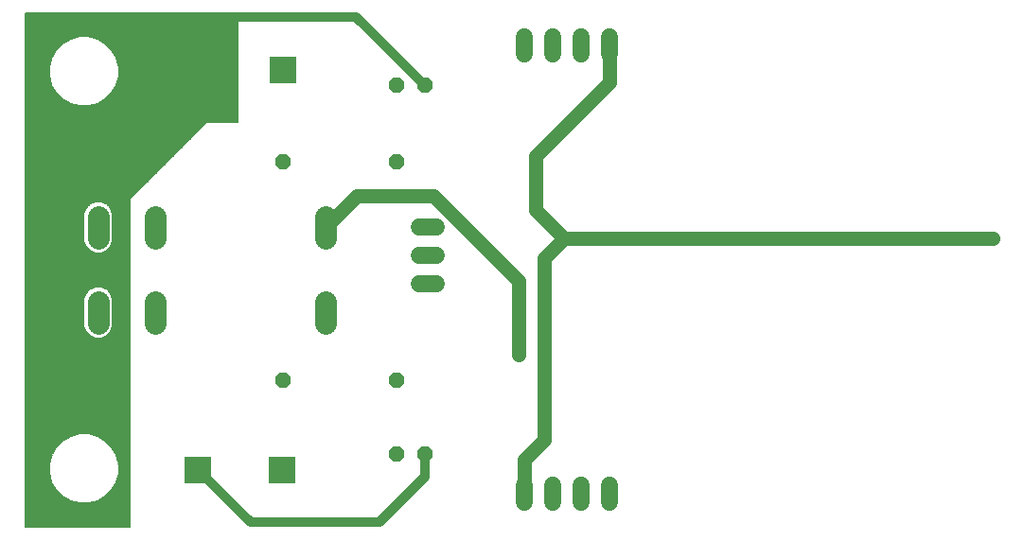
<source format=gbl>
G75*
%MOIN*%
%OFA0B0*%
%FSLAX25Y25*%
%IPPOS*%
%LPD*%
%AMOC8*
5,1,8,0,0,1.08239X$1,22.5*
%
%ADD10C,0.07800*%
%ADD11R,0.09750X0.09750*%
%ADD12OC8,0.05200*%
%ADD13C,0.06000*%
%ADD14C,0.04159*%
%ADD15C,0.05000*%
%ADD16C,0.03200*%
%ADD17C,0.00600*%
%ADD18C,0.10000*%
D10*
X0011300Y0084400D02*
X0011300Y0092200D01*
X0031300Y0092200D02*
X0031300Y0084400D01*
X0051300Y0084400D02*
X0051300Y0092200D01*
X0051300Y0114400D02*
X0051300Y0122200D01*
X0031300Y0122200D02*
X0031300Y0114400D01*
X0011300Y0114400D02*
X0011300Y0122200D01*
X0111300Y0122200D02*
X0111300Y0114400D01*
X0111300Y0092200D02*
X0111300Y0084400D01*
D11*
X0096200Y0032900D03*
X0066300Y0032900D03*
X0066400Y0173700D03*
X0096300Y0173700D03*
D12*
X0136300Y0168300D03*
X0146300Y0168300D03*
X0136300Y0141300D03*
X0096300Y0141300D03*
X0096300Y0064300D03*
X0136300Y0064300D03*
X0136300Y0038300D03*
X0146300Y0038300D03*
D13*
X0181300Y0027300D02*
X0181300Y0021300D01*
X0191300Y0021300D02*
X0191300Y0027300D01*
X0201300Y0027300D02*
X0201300Y0021300D01*
X0211300Y0021300D02*
X0211300Y0027300D01*
X0150300Y0098300D02*
X0144300Y0098300D01*
X0144300Y0108300D02*
X0150300Y0108300D01*
X0150300Y0118300D02*
X0144300Y0118300D01*
X0181300Y0179300D02*
X0181300Y0185300D01*
X0191300Y0185300D02*
X0191300Y0179300D01*
X0201300Y0179300D02*
X0201300Y0185300D01*
X0211300Y0185300D02*
X0211300Y0179300D01*
D14*
X0346300Y0114300D03*
X0179300Y0073300D03*
D15*
X0179300Y0099300D01*
X0149300Y0129300D01*
X0122300Y0129300D01*
X0111300Y0118300D01*
X0185300Y0124300D02*
X0195300Y0114300D01*
X0346300Y0114300D01*
X0211300Y0169300D02*
X0185300Y0143300D01*
X0185300Y0124300D01*
X0195300Y0114300D02*
X0188300Y0107300D01*
X0188300Y0043300D01*
X0181300Y0036300D01*
X0181300Y0024300D01*
X0211300Y0169300D02*
X0211300Y0182300D01*
D16*
X0146300Y0168300D02*
X0122199Y0192401D01*
X0077300Y0192401D01*
X0077300Y0184600D01*
X0066400Y0173700D01*
X0146300Y0038300D02*
X0146300Y0030300D01*
X0130300Y0014300D01*
X0084900Y0014300D01*
X0066300Y0032900D01*
D17*
X0005600Y0012600D02*
X0005600Y0193701D01*
X0080300Y0193701D01*
X0080300Y0155300D01*
X0069300Y0155300D01*
X0042300Y0128300D01*
X0042300Y0012600D01*
X0005600Y0012600D01*
X0005600Y0013088D02*
X0042300Y0013088D01*
X0042300Y0013687D02*
X0005600Y0013687D01*
X0005600Y0014285D02*
X0042300Y0014285D01*
X0042300Y0014884D02*
X0005600Y0014884D01*
X0005600Y0015482D02*
X0042300Y0015482D01*
X0042300Y0016081D02*
X0005600Y0016081D01*
X0005600Y0016679D02*
X0042300Y0016679D01*
X0042300Y0017278D02*
X0005600Y0017278D01*
X0005600Y0017876D02*
X0042300Y0017876D01*
X0042300Y0018475D02*
X0005600Y0018475D01*
X0005600Y0019073D02*
X0042300Y0019073D01*
X0042300Y0019672D02*
X0005600Y0019672D01*
X0005600Y0020270D02*
X0042300Y0020270D01*
X0042300Y0020869D02*
X0005600Y0020869D01*
X0005600Y0021467D02*
X0022937Y0021467D01*
X0021552Y0021838D02*
X0024681Y0021000D01*
X0027919Y0021000D01*
X0031048Y0021838D01*
X0033852Y0023458D01*
X0036142Y0025748D01*
X0037762Y0028552D01*
X0038600Y0031681D01*
X0038600Y0034919D01*
X0037762Y0038048D01*
X0036142Y0040852D01*
X0033852Y0043142D01*
X0031048Y0044762D01*
X0027919Y0045600D01*
X0024681Y0045600D01*
X0021552Y0044762D01*
X0018748Y0043142D01*
X0016458Y0040852D01*
X0014838Y0038048D01*
X0014000Y0034919D01*
X0014000Y0031681D01*
X0014838Y0028552D01*
X0016458Y0025748D01*
X0018748Y0023458D01*
X0021552Y0021838D01*
X0021158Y0022066D02*
X0005600Y0022066D01*
X0005600Y0022664D02*
X0020122Y0022664D01*
X0019085Y0023263D02*
X0005600Y0023263D01*
X0005600Y0023861D02*
X0018344Y0023861D01*
X0017745Y0024460D02*
X0005600Y0024460D01*
X0005600Y0025058D02*
X0017147Y0025058D01*
X0016548Y0025657D02*
X0005600Y0025657D01*
X0005600Y0026255D02*
X0016164Y0026255D01*
X0015819Y0026854D02*
X0005600Y0026854D01*
X0005600Y0027452D02*
X0015473Y0027452D01*
X0015128Y0028051D02*
X0005600Y0028051D01*
X0005600Y0028649D02*
X0014812Y0028649D01*
X0014652Y0029248D02*
X0005600Y0029248D01*
X0005600Y0029846D02*
X0014491Y0029846D01*
X0014331Y0030445D02*
X0005600Y0030445D01*
X0005600Y0031043D02*
X0014171Y0031043D01*
X0014010Y0031642D02*
X0005600Y0031642D01*
X0005600Y0032240D02*
X0014000Y0032240D01*
X0014000Y0032839D02*
X0005600Y0032839D01*
X0005600Y0033437D02*
X0014000Y0033437D01*
X0014000Y0034036D02*
X0005600Y0034036D01*
X0005600Y0034634D02*
X0014000Y0034634D01*
X0014084Y0035233D02*
X0005600Y0035233D01*
X0005600Y0035832D02*
X0014244Y0035832D01*
X0014405Y0036430D02*
X0005600Y0036430D01*
X0005600Y0037029D02*
X0014565Y0037029D01*
X0014726Y0037627D02*
X0005600Y0037627D01*
X0005600Y0038226D02*
X0014941Y0038226D01*
X0015287Y0038824D02*
X0005600Y0038824D01*
X0005600Y0039423D02*
X0015632Y0039423D01*
X0015978Y0040021D02*
X0005600Y0040021D01*
X0005600Y0040620D02*
X0016323Y0040620D01*
X0016823Y0041218D02*
X0005600Y0041218D01*
X0005600Y0041817D02*
X0017422Y0041817D01*
X0018020Y0042415D02*
X0005600Y0042415D01*
X0005600Y0043014D02*
X0018619Y0043014D01*
X0019561Y0043612D02*
X0005600Y0043612D01*
X0005600Y0044211D02*
X0020598Y0044211D01*
X0021729Y0044809D02*
X0005600Y0044809D01*
X0005600Y0045408D02*
X0023963Y0045408D01*
X0028637Y0045408D02*
X0042300Y0045408D01*
X0042300Y0046006D02*
X0005600Y0046006D01*
X0005600Y0046605D02*
X0042300Y0046605D01*
X0042300Y0047203D02*
X0005600Y0047203D01*
X0005600Y0047802D02*
X0042300Y0047802D01*
X0042300Y0048400D02*
X0005600Y0048400D01*
X0005600Y0048999D02*
X0042300Y0048999D01*
X0042300Y0049597D02*
X0005600Y0049597D01*
X0005600Y0050196D02*
X0042300Y0050196D01*
X0042300Y0050794D02*
X0005600Y0050794D01*
X0005600Y0051393D02*
X0042300Y0051393D01*
X0042300Y0051991D02*
X0005600Y0051991D01*
X0005600Y0052590D02*
X0042300Y0052590D01*
X0042300Y0053188D02*
X0005600Y0053188D01*
X0005600Y0053787D02*
X0042300Y0053787D01*
X0042300Y0054385D02*
X0005600Y0054385D01*
X0005600Y0054984D02*
X0042300Y0054984D01*
X0042300Y0055582D02*
X0005600Y0055582D01*
X0005600Y0056181D02*
X0042300Y0056181D01*
X0042300Y0056779D02*
X0005600Y0056779D01*
X0005600Y0057378D02*
X0042300Y0057378D01*
X0042300Y0057976D02*
X0005600Y0057976D01*
X0005600Y0058575D02*
X0042300Y0058575D01*
X0042300Y0059173D02*
X0005600Y0059173D01*
X0005600Y0059772D02*
X0042300Y0059772D01*
X0042300Y0060370D02*
X0005600Y0060370D01*
X0005600Y0060969D02*
X0042300Y0060969D01*
X0042300Y0061568D02*
X0005600Y0061568D01*
X0005600Y0062166D02*
X0042300Y0062166D01*
X0042300Y0062765D02*
X0005600Y0062765D01*
X0005600Y0063363D02*
X0042300Y0063363D01*
X0042300Y0063962D02*
X0005600Y0063962D01*
X0005600Y0064560D02*
X0042300Y0064560D01*
X0042300Y0065159D02*
X0005600Y0065159D01*
X0005600Y0065757D02*
X0042300Y0065757D01*
X0042300Y0066356D02*
X0005600Y0066356D01*
X0005600Y0066954D02*
X0042300Y0066954D01*
X0042300Y0067553D02*
X0005600Y0067553D01*
X0005600Y0068151D02*
X0042300Y0068151D01*
X0042300Y0068750D02*
X0005600Y0068750D01*
X0005600Y0069348D02*
X0042300Y0069348D01*
X0042300Y0069947D02*
X0005600Y0069947D01*
X0005600Y0070545D02*
X0042300Y0070545D01*
X0042300Y0071144D02*
X0005600Y0071144D01*
X0005600Y0071742D02*
X0042300Y0071742D01*
X0042300Y0072341D02*
X0005600Y0072341D01*
X0005600Y0072939D02*
X0042300Y0072939D01*
X0042300Y0073538D02*
X0005600Y0073538D01*
X0005600Y0074136D02*
X0042300Y0074136D01*
X0042300Y0074735D02*
X0005600Y0074735D01*
X0005600Y0075333D02*
X0042300Y0075333D01*
X0042300Y0075932D02*
X0005600Y0075932D01*
X0005600Y0076530D02*
X0042300Y0076530D01*
X0042300Y0077129D02*
X0005600Y0077129D01*
X0005600Y0077727D02*
X0042300Y0077727D01*
X0042300Y0078326D02*
X0005600Y0078326D01*
X0005600Y0078924D02*
X0042300Y0078924D01*
X0042300Y0079523D02*
X0033114Y0079523D01*
X0032334Y0079200D02*
X0034246Y0079992D01*
X0035708Y0081454D01*
X0036500Y0083366D01*
X0036500Y0093234D01*
X0035708Y0095146D01*
X0034246Y0096608D01*
X0032334Y0097400D01*
X0030266Y0097400D01*
X0028354Y0096608D01*
X0026892Y0095146D01*
X0026100Y0093234D01*
X0026100Y0083366D01*
X0026892Y0081454D01*
X0028354Y0079992D01*
X0030266Y0079200D01*
X0032334Y0079200D01*
X0034375Y0080121D02*
X0042300Y0080121D01*
X0042300Y0080720D02*
X0034974Y0080720D01*
X0035572Y0081318D02*
X0042300Y0081318D01*
X0042300Y0081917D02*
X0035900Y0081917D01*
X0036148Y0082515D02*
X0042300Y0082515D01*
X0042300Y0083114D02*
X0036396Y0083114D01*
X0036500Y0083712D02*
X0042300Y0083712D01*
X0042300Y0084311D02*
X0036500Y0084311D01*
X0036500Y0084909D02*
X0042300Y0084909D01*
X0042300Y0085508D02*
X0036500Y0085508D01*
X0036500Y0086106D02*
X0042300Y0086106D01*
X0042300Y0086705D02*
X0036500Y0086705D01*
X0036500Y0087303D02*
X0042300Y0087303D01*
X0042300Y0087902D02*
X0036500Y0087902D01*
X0036500Y0088501D02*
X0042300Y0088501D01*
X0042300Y0089099D02*
X0036500Y0089099D01*
X0036500Y0089698D02*
X0042300Y0089698D01*
X0042300Y0090296D02*
X0036500Y0090296D01*
X0036500Y0090895D02*
X0042300Y0090895D01*
X0042300Y0091493D02*
X0036500Y0091493D01*
X0036500Y0092092D02*
X0042300Y0092092D01*
X0042300Y0092690D02*
X0036500Y0092690D01*
X0036478Y0093289D02*
X0042300Y0093289D01*
X0042300Y0093887D02*
X0036230Y0093887D01*
X0035982Y0094486D02*
X0042300Y0094486D01*
X0042300Y0095084D02*
X0035734Y0095084D01*
X0035171Y0095683D02*
X0042300Y0095683D01*
X0042300Y0096281D02*
X0034573Y0096281D01*
X0033591Y0096880D02*
X0042300Y0096880D01*
X0042300Y0097478D02*
X0005600Y0097478D01*
X0005600Y0096880D02*
X0009030Y0096880D01*
X0009304Y0097019D02*
X0008575Y0096647D01*
X0007912Y0096166D01*
X0007334Y0095588D01*
X0006853Y0094925D01*
X0006481Y0094196D01*
X0006228Y0093418D01*
X0006100Y0092609D01*
X0006100Y0088600D01*
X0011000Y0088600D01*
X0011000Y0097400D01*
X0010891Y0097400D01*
X0010082Y0097272D01*
X0009304Y0097019D01*
X0008070Y0096281D02*
X0005600Y0096281D01*
X0005600Y0095683D02*
X0007429Y0095683D01*
X0006968Y0095084D02*
X0005600Y0095084D01*
X0005600Y0094486D02*
X0006628Y0094486D01*
X0006381Y0093887D02*
X0005600Y0093887D01*
X0005600Y0093289D02*
X0006208Y0093289D01*
X0006113Y0092690D02*
X0005600Y0092690D01*
X0005600Y0092092D02*
X0006100Y0092092D01*
X0006100Y0091493D02*
X0005600Y0091493D01*
X0005600Y0090895D02*
X0006100Y0090895D01*
X0006100Y0090296D02*
X0005600Y0090296D01*
X0005600Y0089698D02*
X0006100Y0089698D01*
X0006100Y0089099D02*
X0005600Y0089099D01*
X0005600Y0088501D02*
X0011000Y0088501D01*
X0011000Y0088600D02*
X0011000Y0088000D01*
X0006100Y0088000D01*
X0006100Y0083991D01*
X0006228Y0083182D01*
X0006481Y0082404D01*
X0006853Y0081675D01*
X0007334Y0081012D01*
X0007912Y0080434D01*
X0008575Y0079953D01*
X0009304Y0079581D01*
X0010082Y0079328D01*
X0010891Y0079200D01*
X0011000Y0079200D01*
X0011000Y0088000D01*
X0011600Y0088000D01*
X0011600Y0088600D01*
X0011000Y0088600D01*
X0011000Y0089099D02*
X0011600Y0089099D01*
X0011600Y0088600D02*
X0011600Y0097400D01*
X0011709Y0097400D01*
X0012518Y0097272D01*
X0013296Y0097019D01*
X0014025Y0096647D01*
X0014688Y0096166D01*
X0015266Y0095588D01*
X0015747Y0094925D01*
X0016119Y0094196D01*
X0016372Y0093418D01*
X0016500Y0092609D01*
X0016500Y0088600D01*
X0011600Y0088600D01*
X0011600Y0088501D02*
X0026100Y0088501D01*
X0026100Y0089099D02*
X0016500Y0089099D01*
X0016500Y0089698D02*
X0026100Y0089698D01*
X0026100Y0090296D02*
X0016500Y0090296D01*
X0016500Y0090895D02*
X0026100Y0090895D01*
X0026100Y0091493D02*
X0016500Y0091493D01*
X0016500Y0092092D02*
X0026100Y0092092D01*
X0026100Y0092690D02*
X0016487Y0092690D01*
X0016392Y0093289D02*
X0026122Y0093289D01*
X0026370Y0093887D02*
X0016219Y0093887D01*
X0015972Y0094486D02*
X0026618Y0094486D01*
X0026866Y0095084D02*
X0015632Y0095084D01*
X0015171Y0095683D02*
X0027429Y0095683D01*
X0028027Y0096281D02*
X0014530Y0096281D01*
X0013570Y0096880D02*
X0029009Y0096880D01*
X0042300Y0098077D02*
X0005600Y0098077D01*
X0005600Y0098675D02*
X0042300Y0098675D01*
X0042300Y0099274D02*
X0005600Y0099274D01*
X0005600Y0099872D02*
X0042300Y0099872D01*
X0042300Y0100471D02*
X0005600Y0100471D01*
X0005600Y0101069D02*
X0042300Y0101069D01*
X0042300Y0101668D02*
X0005600Y0101668D01*
X0005600Y0102266D02*
X0042300Y0102266D01*
X0042300Y0102865D02*
X0005600Y0102865D01*
X0005600Y0103463D02*
X0042300Y0103463D01*
X0042300Y0104062D02*
X0005600Y0104062D01*
X0005600Y0104660D02*
X0042300Y0104660D01*
X0042300Y0105259D02*
X0005600Y0105259D01*
X0005600Y0105857D02*
X0042300Y0105857D01*
X0042300Y0106456D02*
X0005600Y0106456D01*
X0005600Y0107054D02*
X0042300Y0107054D01*
X0042300Y0107653D02*
X0005600Y0107653D01*
X0005600Y0108251D02*
X0042300Y0108251D01*
X0042300Y0108850D02*
X0005600Y0108850D01*
X0005600Y0109448D02*
X0009712Y0109448D01*
X0010082Y0109328D02*
X0010891Y0109200D01*
X0011000Y0109200D01*
X0011000Y0118000D01*
X0006100Y0118000D01*
X0006100Y0113991D01*
X0006228Y0113182D01*
X0006481Y0112404D01*
X0006853Y0111675D01*
X0007334Y0111012D01*
X0007912Y0110434D01*
X0008575Y0109953D01*
X0009304Y0109581D01*
X0010082Y0109328D01*
X0011000Y0109448D02*
X0011600Y0109448D01*
X0011600Y0109200D02*
X0011709Y0109200D01*
X0012518Y0109328D01*
X0013296Y0109581D01*
X0014025Y0109953D01*
X0014688Y0110434D01*
X0015266Y0111012D01*
X0015747Y0111675D01*
X0016119Y0112404D01*
X0016372Y0113182D01*
X0016500Y0113991D01*
X0016500Y0118000D01*
X0011600Y0118000D01*
X0011600Y0118600D01*
X0011000Y0118600D01*
X0011000Y0127400D01*
X0010891Y0127400D01*
X0010082Y0127272D01*
X0009304Y0127019D01*
X0008575Y0126647D01*
X0007912Y0126166D01*
X0007334Y0125588D01*
X0006853Y0124925D01*
X0006481Y0124196D01*
X0006228Y0123418D01*
X0006100Y0122609D01*
X0006100Y0118600D01*
X0011000Y0118600D01*
X0011000Y0118000D01*
X0011600Y0118000D01*
X0011600Y0109200D01*
X0011600Y0110047D02*
X0011000Y0110047D01*
X0011000Y0110645D02*
X0011600Y0110645D01*
X0011600Y0111244D02*
X0011000Y0111244D01*
X0011000Y0111842D02*
X0011600Y0111842D01*
X0011600Y0112441D02*
X0011000Y0112441D01*
X0011000Y0113039D02*
X0011600Y0113039D01*
X0011600Y0113638D02*
X0011000Y0113638D01*
X0011000Y0114237D02*
X0011600Y0114237D01*
X0011600Y0114835D02*
X0011000Y0114835D01*
X0011000Y0115434D02*
X0011600Y0115434D01*
X0011600Y0116032D02*
X0011000Y0116032D01*
X0011000Y0116631D02*
X0011600Y0116631D01*
X0011600Y0117229D02*
X0011000Y0117229D01*
X0011000Y0117828D02*
X0011600Y0117828D01*
X0011600Y0118426D02*
X0026100Y0118426D01*
X0026100Y0117828D02*
X0016500Y0117828D01*
X0016500Y0117229D02*
X0026100Y0117229D01*
X0026100Y0116631D02*
X0016500Y0116631D01*
X0016500Y0116032D02*
X0026100Y0116032D01*
X0026100Y0115434D02*
X0016500Y0115434D01*
X0016500Y0114835D02*
X0026100Y0114835D01*
X0026100Y0114237D02*
X0016500Y0114237D01*
X0016444Y0113638D02*
X0026100Y0113638D01*
X0026100Y0113366D02*
X0026892Y0111454D01*
X0028354Y0109992D01*
X0030266Y0109200D01*
X0032334Y0109200D01*
X0034246Y0109992D01*
X0035708Y0111454D01*
X0036500Y0113366D01*
X0036500Y0123234D01*
X0035708Y0125146D01*
X0034246Y0126608D01*
X0032334Y0127400D01*
X0030266Y0127400D01*
X0028354Y0126608D01*
X0026892Y0125146D01*
X0026100Y0123234D01*
X0026100Y0113366D01*
X0026235Y0113039D02*
X0016326Y0113039D01*
X0016131Y0112441D02*
X0026483Y0112441D01*
X0026731Y0111842D02*
X0015833Y0111842D01*
X0015435Y0111244D02*
X0027102Y0111244D01*
X0027701Y0110645D02*
X0014899Y0110645D01*
X0014155Y0110047D02*
X0028299Y0110047D01*
X0029666Y0109448D02*
X0012888Y0109448D01*
X0008445Y0110047D02*
X0005600Y0110047D01*
X0005600Y0110645D02*
X0007701Y0110645D01*
X0007165Y0111244D02*
X0005600Y0111244D01*
X0005600Y0111842D02*
X0006767Y0111842D01*
X0006469Y0112441D02*
X0005600Y0112441D01*
X0005600Y0113039D02*
X0006274Y0113039D01*
X0006156Y0113638D02*
X0005600Y0113638D01*
X0005600Y0114237D02*
X0006100Y0114237D01*
X0006100Y0114835D02*
X0005600Y0114835D01*
X0005600Y0115434D02*
X0006100Y0115434D01*
X0006100Y0116032D02*
X0005600Y0116032D01*
X0005600Y0116631D02*
X0006100Y0116631D01*
X0006100Y0117229D02*
X0005600Y0117229D01*
X0005600Y0117828D02*
X0006100Y0117828D01*
X0005600Y0118426D02*
X0011000Y0118426D01*
X0011000Y0119025D02*
X0011600Y0119025D01*
X0011600Y0118600D02*
X0011600Y0127400D01*
X0011709Y0127400D01*
X0012518Y0127272D01*
X0013296Y0127019D01*
X0014025Y0126647D01*
X0014688Y0126166D01*
X0015266Y0125588D01*
X0015747Y0124925D01*
X0016119Y0124196D01*
X0016372Y0123418D01*
X0016500Y0122609D01*
X0016500Y0118600D01*
X0011600Y0118600D01*
X0011600Y0119623D02*
X0011000Y0119623D01*
X0011000Y0120222D02*
X0011600Y0120222D01*
X0011600Y0120820D02*
X0011000Y0120820D01*
X0011000Y0121419D02*
X0011600Y0121419D01*
X0011600Y0122017D02*
X0011000Y0122017D01*
X0011000Y0122616D02*
X0011600Y0122616D01*
X0011600Y0123214D02*
X0011000Y0123214D01*
X0011000Y0123813D02*
X0011600Y0123813D01*
X0011600Y0124411D02*
X0011000Y0124411D01*
X0011000Y0125010D02*
X0011600Y0125010D01*
X0011600Y0125608D02*
X0011000Y0125608D01*
X0011000Y0126207D02*
X0011600Y0126207D01*
X0011600Y0126805D02*
X0011000Y0126805D01*
X0008884Y0126805D02*
X0005600Y0126805D01*
X0005600Y0126207D02*
X0007968Y0126207D01*
X0007354Y0125608D02*
X0005600Y0125608D01*
X0005600Y0125010D02*
X0006914Y0125010D01*
X0006591Y0124411D02*
X0005600Y0124411D01*
X0005600Y0123813D02*
X0006356Y0123813D01*
X0006196Y0123214D02*
X0005600Y0123214D01*
X0005600Y0122616D02*
X0006101Y0122616D01*
X0006100Y0122017D02*
X0005600Y0122017D01*
X0005600Y0121419D02*
X0006100Y0121419D01*
X0006100Y0120820D02*
X0005600Y0120820D01*
X0005600Y0120222D02*
X0006100Y0120222D01*
X0006100Y0119623D02*
X0005600Y0119623D01*
X0005600Y0119025D02*
X0006100Y0119025D01*
X0016500Y0119025D02*
X0026100Y0119025D01*
X0026100Y0119623D02*
X0016500Y0119623D01*
X0016500Y0120222D02*
X0026100Y0120222D01*
X0026100Y0120820D02*
X0016500Y0120820D01*
X0016500Y0121419D02*
X0026100Y0121419D01*
X0026100Y0122017D02*
X0016500Y0122017D01*
X0016499Y0122616D02*
X0026100Y0122616D01*
X0026100Y0123214D02*
X0016404Y0123214D01*
X0016244Y0123813D02*
X0026340Y0123813D01*
X0026587Y0124411D02*
X0016009Y0124411D01*
X0015686Y0125010D02*
X0026835Y0125010D01*
X0027354Y0125608D02*
X0015246Y0125608D01*
X0014632Y0126207D02*
X0027953Y0126207D01*
X0028830Y0126805D02*
X0013716Y0126805D01*
X0005600Y0127404D02*
X0042300Y0127404D01*
X0042300Y0128002D02*
X0005600Y0128002D01*
X0005600Y0128601D02*
X0042601Y0128601D01*
X0043199Y0129199D02*
X0005600Y0129199D01*
X0005600Y0129798D02*
X0043798Y0129798D01*
X0044396Y0130396D02*
X0005600Y0130396D01*
X0005600Y0130995D02*
X0044995Y0130995D01*
X0045593Y0131593D02*
X0005600Y0131593D01*
X0005600Y0132192D02*
X0046192Y0132192D01*
X0046790Y0132790D02*
X0005600Y0132790D01*
X0005600Y0133389D02*
X0047389Y0133389D01*
X0047987Y0133987D02*
X0005600Y0133987D01*
X0005600Y0134586D02*
X0048586Y0134586D01*
X0049184Y0135184D02*
X0005600Y0135184D01*
X0005600Y0135783D02*
X0049783Y0135783D01*
X0050381Y0136381D02*
X0005600Y0136381D01*
X0005600Y0136980D02*
X0050980Y0136980D01*
X0051578Y0137578D02*
X0005600Y0137578D01*
X0005600Y0138177D02*
X0052177Y0138177D01*
X0052775Y0138775D02*
X0005600Y0138775D01*
X0005600Y0139374D02*
X0053374Y0139374D01*
X0053972Y0139972D02*
X0005600Y0139972D01*
X0005600Y0140571D02*
X0054571Y0140571D01*
X0055170Y0141170D02*
X0005600Y0141170D01*
X0005600Y0141768D02*
X0055768Y0141768D01*
X0056367Y0142367D02*
X0005600Y0142367D01*
X0005600Y0142965D02*
X0056965Y0142965D01*
X0057564Y0143564D02*
X0005600Y0143564D01*
X0005600Y0144162D02*
X0058162Y0144162D01*
X0058761Y0144761D02*
X0005600Y0144761D01*
X0005600Y0145359D02*
X0059359Y0145359D01*
X0059958Y0145958D02*
X0005600Y0145958D01*
X0005600Y0146556D02*
X0060556Y0146556D01*
X0061155Y0147155D02*
X0005600Y0147155D01*
X0005600Y0147753D02*
X0061753Y0147753D01*
X0062352Y0148352D02*
X0005600Y0148352D01*
X0005600Y0148950D02*
X0062950Y0148950D01*
X0063549Y0149549D02*
X0005600Y0149549D01*
X0005600Y0150147D02*
X0064147Y0150147D01*
X0064746Y0150746D02*
X0005600Y0150746D01*
X0005600Y0151344D02*
X0065344Y0151344D01*
X0065943Y0151943D02*
X0005600Y0151943D01*
X0005600Y0152541D02*
X0066541Y0152541D01*
X0067140Y0153140D02*
X0005600Y0153140D01*
X0005600Y0153738D02*
X0067738Y0153738D01*
X0068337Y0154337D02*
X0005600Y0154337D01*
X0005600Y0154935D02*
X0068935Y0154935D01*
X0080300Y0155534D02*
X0005600Y0155534D01*
X0005600Y0156132D02*
X0080300Y0156132D01*
X0080300Y0156731D02*
X0005600Y0156731D01*
X0005600Y0157329D02*
X0080300Y0157329D01*
X0080300Y0157928D02*
X0005600Y0157928D01*
X0005600Y0158526D02*
X0080300Y0158526D01*
X0080300Y0159125D02*
X0005600Y0159125D01*
X0005600Y0159723D02*
X0080300Y0159723D01*
X0080300Y0160322D02*
X0005600Y0160322D01*
X0005600Y0160920D02*
X0080300Y0160920D01*
X0080300Y0161519D02*
X0029856Y0161519D01*
X0031048Y0161838D02*
X0033852Y0163458D01*
X0036142Y0165748D01*
X0037762Y0168552D01*
X0038600Y0171681D01*
X0038600Y0174919D01*
X0037762Y0178048D01*
X0036142Y0180852D01*
X0033852Y0183142D01*
X0031048Y0184762D01*
X0027919Y0185600D01*
X0024681Y0185600D01*
X0021552Y0184762D01*
X0018748Y0183142D01*
X0016458Y0180852D01*
X0014838Y0178048D01*
X0014000Y0174919D01*
X0014000Y0171681D01*
X0014838Y0168552D01*
X0016458Y0165748D01*
X0018748Y0163458D01*
X0021552Y0161838D01*
X0024681Y0161000D01*
X0027919Y0161000D01*
X0031048Y0161838D01*
X0031531Y0162117D02*
X0080300Y0162117D01*
X0080300Y0162716D02*
X0032568Y0162716D01*
X0033604Y0163314D02*
X0080300Y0163314D01*
X0080300Y0163913D02*
X0034308Y0163913D01*
X0034906Y0164511D02*
X0080300Y0164511D01*
X0080300Y0165110D02*
X0035505Y0165110D01*
X0036103Y0165708D02*
X0080300Y0165708D01*
X0080300Y0166307D02*
X0036465Y0166307D01*
X0036811Y0166905D02*
X0080300Y0166905D01*
X0080300Y0167504D02*
X0037156Y0167504D01*
X0037502Y0168103D02*
X0060441Y0168103D01*
X0060485Y0168027D02*
X0060727Y0167785D01*
X0061023Y0167614D01*
X0061354Y0167525D01*
X0066100Y0167525D01*
X0066100Y0173400D01*
X0060225Y0173400D01*
X0060225Y0168654D01*
X0060314Y0168323D01*
X0060485Y0168027D01*
X0060225Y0168701D02*
X0037802Y0168701D01*
X0037962Y0169300D02*
X0060225Y0169300D01*
X0060225Y0169898D02*
X0038122Y0169898D01*
X0038283Y0170497D02*
X0060225Y0170497D01*
X0060225Y0171095D02*
X0038443Y0171095D01*
X0038600Y0171694D02*
X0060225Y0171694D01*
X0060225Y0172292D02*
X0038600Y0172292D01*
X0038600Y0172891D02*
X0060225Y0172891D01*
X0060225Y0174000D02*
X0066100Y0174000D01*
X0066100Y0179875D01*
X0061354Y0179875D01*
X0061023Y0179786D01*
X0060727Y0179615D01*
X0060485Y0179373D01*
X0060314Y0179077D01*
X0060225Y0178746D01*
X0060225Y0174000D01*
X0060225Y0174088D02*
X0038600Y0174088D01*
X0038600Y0174686D02*
X0060225Y0174686D01*
X0060225Y0175285D02*
X0038502Y0175285D01*
X0038342Y0175883D02*
X0060225Y0175883D01*
X0060225Y0176482D02*
X0038181Y0176482D01*
X0038021Y0177080D02*
X0060225Y0177080D01*
X0060225Y0177679D02*
X0037861Y0177679D01*
X0037629Y0178277D02*
X0060225Y0178277D01*
X0060260Y0178876D02*
X0037284Y0178876D01*
X0036938Y0179474D02*
X0060586Y0179474D01*
X0066100Y0179474D02*
X0066700Y0179474D01*
X0066700Y0179875D02*
X0066700Y0174000D01*
X0066100Y0174000D01*
X0066100Y0173400D01*
X0066700Y0173400D01*
X0066700Y0174000D01*
X0072575Y0174000D01*
X0072575Y0178746D01*
X0072486Y0179077D01*
X0072315Y0179373D01*
X0072073Y0179615D01*
X0071777Y0179786D01*
X0071446Y0179875D01*
X0066700Y0179875D01*
X0066700Y0178876D02*
X0066100Y0178876D01*
X0066100Y0178277D02*
X0066700Y0178277D01*
X0066700Y0177679D02*
X0066100Y0177679D01*
X0066100Y0177080D02*
X0066700Y0177080D01*
X0066700Y0176482D02*
X0066100Y0176482D01*
X0066100Y0175883D02*
X0066700Y0175883D01*
X0066700Y0175285D02*
X0066100Y0175285D01*
X0066100Y0174686D02*
X0066700Y0174686D01*
X0066700Y0174088D02*
X0066100Y0174088D01*
X0066100Y0173489D02*
X0038600Y0173489D01*
X0036593Y0180073D02*
X0080300Y0180073D01*
X0080300Y0180671D02*
X0036247Y0180671D01*
X0035725Y0181270D02*
X0080300Y0181270D01*
X0080300Y0181868D02*
X0035127Y0181868D01*
X0034528Y0182467D02*
X0080300Y0182467D01*
X0080300Y0183065D02*
X0033930Y0183065D01*
X0032949Y0183664D02*
X0080300Y0183664D01*
X0080300Y0184262D02*
X0031913Y0184262D01*
X0030678Y0184861D02*
X0080300Y0184861D01*
X0080300Y0185459D02*
X0028444Y0185459D01*
X0024156Y0185459D02*
X0005600Y0185459D01*
X0005600Y0184861D02*
X0021922Y0184861D01*
X0020687Y0184262D02*
X0005600Y0184262D01*
X0005600Y0183664D02*
X0019651Y0183664D01*
X0018670Y0183065D02*
X0005600Y0183065D01*
X0005600Y0182467D02*
X0018072Y0182467D01*
X0017473Y0181868D02*
X0005600Y0181868D01*
X0005600Y0181270D02*
X0016875Y0181270D01*
X0016353Y0180671D02*
X0005600Y0180671D01*
X0005600Y0180073D02*
X0016007Y0180073D01*
X0015662Y0179474D02*
X0005600Y0179474D01*
X0005600Y0178876D02*
X0015316Y0178876D01*
X0014971Y0178277D02*
X0005600Y0178277D01*
X0005600Y0177679D02*
X0014739Y0177679D01*
X0014579Y0177080D02*
X0005600Y0177080D01*
X0005600Y0176482D02*
X0014419Y0176482D01*
X0014258Y0175883D02*
X0005600Y0175883D01*
X0005600Y0175285D02*
X0014098Y0175285D01*
X0014000Y0174686D02*
X0005600Y0174686D01*
X0005600Y0174088D02*
X0014000Y0174088D01*
X0014000Y0173489D02*
X0005600Y0173489D01*
X0005600Y0172891D02*
X0014000Y0172891D01*
X0014000Y0172292D02*
X0005600Y0172292D01*
X0005600Y0171694D02*
X0014000Y0171694D01*
X0014157Y0171095D02*
X0005600Y0171095D01*
X0005600Y0170497D02*
X0014317Y0170497D01*
X0014478Y0169898D02*
X0005600Y0169898D01*
X0005600Y0169300D02*
X0014638Y0169300D01*
X0014798Y0168701D02*
X0005600Y0168701D01*
X0005600Y0168103D02*
X0015098Y0168103D01*
X0015443Y0167504D02*
X0005600Y0167504D01*
X0005600Y0166905D02*
X0015789Y0166905D01*
X0016135Y0166307D02*
X0005600Y0166307D01*
X0005600Y0165708D02*
X0016497Y0165708D01*
X0017095Y0165110D02*
X0005600Y0165110D01*
X0005600Y0164511D02*
X0017694Y0164511D01*
X0018292Y0163913D02*
X0005600Y0163913D01*
X0005600Y0163314D02*
X0018995Y0163314D01*
X0020032Y0162716D02*
X0005600Y0162716D01*
X0005600Y0162117D02*
X0021069Y0162117D01*
X0022744Y0161519D02*
X0005600Y0161519D01*
X0005600Y0186058D02*
X0080300Y0186058D01*
X0080300Y0186656D02*
X0005600Y0186656D01*
X0005600Y0187255D02*
X0080300Y0187255D01*
X0080300Y0187853D02*
X0005600Y0187853D01*
X0005600Y0188452D02*
X0080300Y0188452D01*
X0080300Y0189050D02*
X0005600Y0189050D01*
X0005600Y0189649D02*
X0080300Y0189649D01*
X0080300Y0190247D02*
X0005600Y0190247D01*
X0005600Y0190846D02*
X0080300Y0190846D01*
X0080300Y0191444D02*
X0005600Y0191444D01*
X0005600Y0192043D02*
X0080300Y0192043D01*
X0080300Y0192641D02*
X0005600Y0192641D01*
X0005600Y0193240D02*
X0080300Y0193240D01*
X0080300Y0179474D02*
X0072214Y0179474D01*
X0072540Y0178876D02*
X0080300Y0178876D01*
X0080300Y0178277D02*
X0072575Y0178277D01*
X0072575Y0177679D02*
X0080300Y0177679D01*
X0080300Y0177080D02*
X0072575Y0177080D01*
X0072575Y0176482D02*
X0080300Y0176482D01*
X0080300Y0175883D02*
X0072575Y0175883D01*
X0072575Y0175285D02*
X0080300Y0175285D01*
X0080300Y0174686D02*
X0072575Y0174686D01*
X0072575Y0174088D02*
X0080300Y0174088D01*
X0080300Y0173489D02*
X0066700Y0173489D01*
X0066700Y0173400D02*
X0072575Y0173400D01*
X0072575Y0168654D01*
X0072486Y0168323D01*
X0072315Y0168027D01*
X0072073Y0167785D01*
X0071777Y0167614D01*
X0071446Y0167525D01*
X0066700Y0167525D01*
X0066700Y0173400D01*
X0066700Y0172891D02*
X0066100Y0172891D01*
X0066100Y0172292D02*
X0066700Y0172292D01*
X0066700Y0171694D02*
X0066100Y0171694D01*
X0066100Y0171095D02*
X0066700Y0171095D01*
X0066700Y0170497D02*
X0066100Y0170497D01*
X0066100Y0169898D02*
X0066700Y0169898D01*
X0066700Y0169300D02*
X0066100Y0169300D01*
X0066100Y0168701D02*
X0066700Y0168701D01*
X0066700Y0168103D02*
X0066100Y0168103D01*
X0072359Y0168103D02*
X0080300Y0168103D01*
X0080300Y0168701D02*
X0072575Y0168701D01*
X0072575Y0169300D02*
X0080300Y0169300D01*
X0080300Y0169898D02*
X0072575Y0169898D01*
X0072575Y0170497D02*
X0080300Y0170497D01*
X0080300Y0171095D02*
X0072575Y0171095D01*
X0072575Y0171694D02*
X0080300Y0171694D01*
X0080300Y0172292D02*
X0072575Y0172292D01*
X0072575Y0172891D02*
X0080300Y0172891D01*
X0042300Y0126805D02*
X0033770Y0126805D01*
X0034647Y0126207D02*
X0042300Y0126207D01*
X0042300Y0125608D02*
X0035246Y0125608D01*
X0035765Y0125010D02*
X0042300Y0125010D01*
X0042300Y0124411D02*
X0036013Y0124411D01*
X0036260Y0123813D02*
X0042300Y0123813D01*
X0042300Y0123214D02*
X0036500Y0123214D01*
X0036500Y0122616D02*
X0042300Y0122616D01*
X0042300Y0122017D02*
X0036500Y0122017D01*
X0036500Y0121419D02*
X0042300Y0121419D01*
X0042300Y0120820D02*
X0036500Y0120820D01*
X0036500Y0120222D02*
X0042300Y0120222D01*
X0042300Y0119623D02*
X0036500Y0119623D01*
X0036500Y0119025D02*
X0042300Y0119025D01*
X0042300Y0118426D02*
X0036500Y0118426D01*
X0036500Y0117828D02*
X0042300Y0117828D01*
X0042300Y0117229D02*
X0036500Y0117229D01*
X0036500Y0116631D02*
X0042300Y0116631D01*
X0042300Y0116032D02*
X0036500Y0116032D01*
X0036500Y0115434D02*
X0042300Y0115434D01*
X0042300Y0114835D02*
X0036500Y0114835D01*
X0036500Y0114237D02*
X0042300Y0114237D01*
X0042300Y0113638D02*
X0036500Y0113638D01*
X0036365Y0113039D02*
X0042300Y0113039D01*
X0042300Y0112441D02*
X0036117Y0112441D01*
X0035869Y0111842D02*
X0042300Y0111842D01*
X0042300Y0111244D02*
X0035498Y0111244D01*
X0034899Y0110645D02*
X0042300Y0110645D01*
X0042300Y0110047D02*
X0034301Y0110047D01*
X0032934Y0109448D02*
X0042300Y0109448D01*
X0011600Y0096880D02*
X0011000Y0096880D01*
X0011000Y0096281D02*
X0011600Y0096281D01*
X0011600Y0095683D02*
X0011000Y0095683D01*
X0011000Y0095084D02*
X0011600Y0095084D01*
X0011600Y0094486D02*
X0011000Y0094486D01*
X0011000Y0093887D02*
X0011600Y0093887D01*
X0011600Y0093289D02*
X0011000Y0093289D01*
X0011000Y0092690D02*
X0011600Y0092690D01*
X0011600Y0092092D02*
X0011000Y0092092D01*
X0011000Y0091493D02*
X0011600Y0091493D01*
X0011600Y0090895D02*
X0011000Y0090895D01*
X0011000Y0090296D02*
X0011600Y0090296D01*
X0011600Y0089698D02*
X0011000Y0089698D01*
X0011000Y0087902D02*
X0011600Y0087902D01*
X0011600Y0088000D02*
X0011600Y0079200D01*
X0011709Y0079200D01*
X0012518Y0079328D01*
X0013296Y0079581D01*
X0014025Y0079953D01*
X0014688Y0080434D01*
X0015266Y0081012D01*
X0015747Y0081675D01*
X0016119Y0082404D01*
X0016372Y0083182D01*
X0016500Y0083991D01*
X0016500Y0088000D01*
X0011600Y0088000D01*
X0011600Y0087303D02*
X0011000Y0087303D01*
X0011000Y0086705D02*
X0011600Y0086705D01*
X0011600Y0086106D02*
X0011000Y0086106D01*
X0011000Y0085508D02*
X0011600Y0085508D01*
X0011600Y0084909D02*
X0011000Y0084909D01*
X0011000Y0084311D02*
X0011600Y0084311D01*
X0011600Y0083712D02*
X0011000Y0083712D01*
X0011000Y0083114D02*
X0011600Y0083114D01*
X0011600Y0082515D02*
X0011000Y0082515D01*
X0011000Y0081917D02*
X0011600Y0081917D01*
X0011600Y0081318D02*
X0011000Y0081318D01*
X0011000Y0080720D02*
X0011600Y0080720D01*
X0011600Y0080121D02*
X0011000Y0080121D01*
X0011000Y0079523D02*
X0011600Y0079523D01*
X0013117Y0079523D02*
X0029486Y0079523D01*
X0028225Y0080121D02*
X0014258Y0080121D01*
X0014974Y0080720D02*
X0027626Y0080720D01*
X0027028Y0081318D02*
X0015489Y0081318D01*
X0015871Y0081917D02*
X0026700Y0081917D01*
X0026452Y0082515D02*
X0016155Y0082515D01*
X0016350Y0083114D02*
X0026204Y0083114D01*
X0026100Y0083712D02*
X0016456Y0083712D01*
X0016500Y0084311D02*
X0026100Y0084311D01*
X0026100Y0084909D02*
X0016500Y0084909D01*
X0016500Y0085508D02*
X0026100Y0085508D01*
X0026100Y0086106D02*
X0016500Y0086106D01*
X0016500Y0086705D02*
X0026100Y0086705D01*
X0026100Y0087303D02*
X0016500Y0087303D01*
X0016500Y0087902D02*
X0026100Y0087902D01*
X0009483Y0079523D02*
X0005600Y0079523D01*
X0005600Y0080121D02*
X0008342Y0080121D01*
X0007626Y0080720D02*
X0005600Y0080720D01*
X0005600Y0081318D02*
X0007111Y0081318D01*
X0006729Y0081917D02*
X0005600Y0081917D01*
X0005600Y0082515D02*
X0006445Y0082515D01*
X0006250Y0083114D02*
X0005600Y0083114D01*
X0005600Y0083712D02*
X0006144Y0083712D01*
X0006100Y0084311D02*
X0005600Y0084311D01*
X0005600Y0084909D02*
X0006100Y0084909D01*
X0006100Y0085508D02*
X0005600Y0085508D01*
X0005600Y0086106D02*
X0006100Y0086106D01*
X0006100Y0086705D02*
X0005600Y0086705D01*
X0005600Y0087303D02*
X0006100Y0087303D01*
X0006100Y0087902D02*
X0005600Y0087902D01*
X0030871Y0044809D02*
X0042300Y0044809D01*
X0042300Y0044211D02*
X0032002Y0044211D01*
X0033039Y0043612D02*
X0042300Y0043612D01*
X0042300Y0043014D02*
X0033981Y0043014D01*
X0034580Y0042415D02*
X0042300Y0042415D01*
X0042300Y0041817D02*
X0035178Y0041817D01*
X0035777Y0041218D02*
X0042300Y0041218D01*
X0042300Y0040620D02*
X0036277Y0040620D01*
X0036622Y0040021D02*
X0042300Y0040021D01*
X0042300Y0039423D02*
X0036968Y0039423D01*
X0037313Y0038824D02*
X0042300Y0038824D01*
X0042300Y0038226D02*
X0037659Y0038226D01*
X0037874Y0037627D02*
X0042300Y0037627D01*
X0042300Y0037029D02*
X0038035Y0037029D01*
X0038195Y0036430D02*
X0042300Y0036430D01*
X0042300Y0035832D02*
X0038356Y0035832D01*
X0038516Y0035233D02*
X0042300Y0035233D01*
X0042300Y0034634D02*
X0038600Y0034634D01*
X0038600Y0034036D02*
X0042300Y0034036D01*
X0042300Y0033437D02*
X0038600Y0033437D01*
X0038600Y0032839D02*
X0042300Y0032839D01*
X0042300Y0032240D02*
X0038600Y0032240D01*
X0038590Y0031642D02*
X0042300Y0031642D01*
X0042300Y0031043D02*
X0038429Y0031043D01*
X0038269Y0030445D02*
X0042300Y0030445D01*
X0042300Y0029846D02*
X0038108Y0029846D01*
X0037948Y0029248D02*
X0042300Y0029248D01*
X0042300Y0028649D02*
X0037788Y0028649D01*
X0037472Y0028051D02*
X0042300Y0028051D01*
X0042300Y0027452D02*
X0037127Y0027452D01*
X0036781Y0026854D02*
X0042300Y0026854D01*
X0042300Y0026255D02*
X0036436Y0026255D01*
X0036052Y0025657D02*
X0042300Y0025657D01*
X0042300Y0025058D02*
X0035453Y0025058D01*
X0034855Y0024460D02*
X0042300Y0024460D01*
X0042300Y0023861D02*
X0034256Y0023861D01*
X0033515Y0023263D02*
X0042300Y0023263D01*
X0042300Y0022664D02*
X0032478Y0022664D01*
X0031442Y0022066D02*
X0042300Y0022066D01*
X0042300Y0021467D02*
X0029663Y0021467D01*
D18*
X0014300Y0079300D02*
X0013300Y0080300D01*
X0010300Y0080300D01*
X0010300Y0089300D01*
X0011300Y0088300D01*
X0012300Y0089300D01*
X0012300Y0081300D01*
X0013300Y0080300D01*
X0012300Y0089300D02*
X0012300Y0096300D01*
X0010300Y0096300D02*
X0010300Y0089300D01*
X0010300Y0111300D02*
X0014300Y0111300D01*
X0014300Y0122300D01*
X0010300Y0122300D01*
X0010300Y0129300D01*
X0010300Y0122300D02*
X0010300Y0118300D01*
X0011300Y0118300D01*
X0011300Y0112300D01*
X0010300Y0111300D01*
X0063300Y0168300D02*
X0061300Y0170300D01*
X0064700Y0173700D01*
X0066400Y0173700D01*
X0064900Y0173700D01*
X0062300Y0176300D01*
X0072300Y0176300D01*
X0070300Y0174300D01*
X0070300Y0168300D01*
X0063300Y0168300D01*
M02*

</source>
